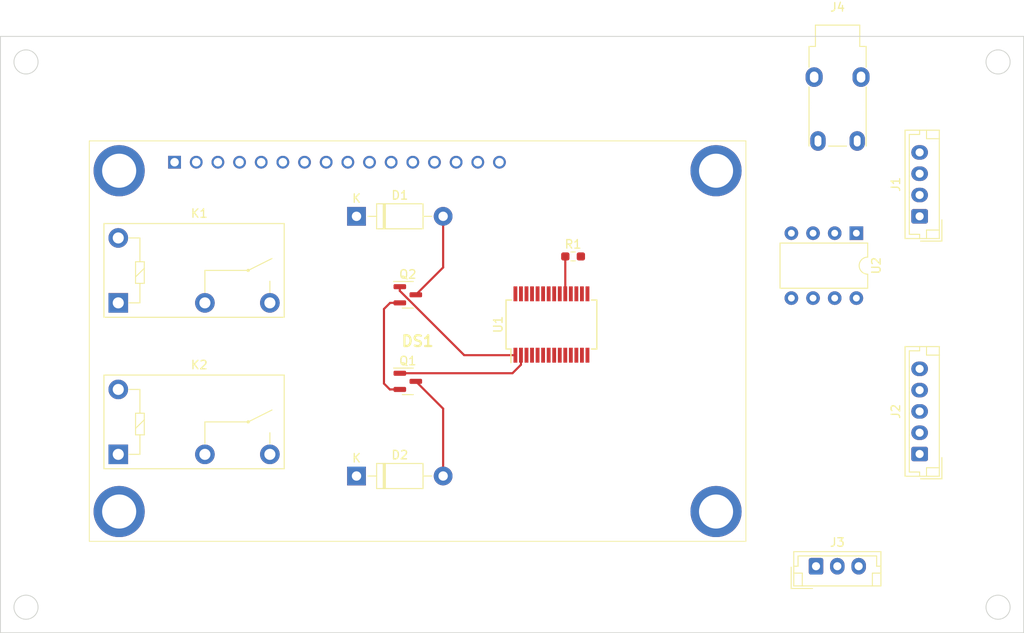
<source format=kicad_pcb>
(kicad_pcb (version 20221018) (generator pcbnew)
  (layers (0 "F.Cu" signal) (31 "B.Cu" signal) (34 "B.Paste" user) (35 "F.Paste" user) (36 "B.SilkS" user "B.Silkscreen") (37 "F.SilkS" user "F.Silkscreen") (38 "B.Mask" user) (39 "F.Mask" user) (44 "Edge.Cuts" user))
  (net 0 "")
  (net 1 "Net-(D1-K)")
  (net 2 "Net-(D1-A)")
  (net 3 "Net-(D2-K)")
  (net 4 "Net-(D2-A)")
  (net 6 "Net-(J1-Pin_2)")
  (net 7 "Net-(J1-Pin_3)")
  (net 11 "Net-(J2-Pin_3)")
  (net 12 "Net-(J2-Pin_4)")
  (net 13 "Net-(J2-Pin_5)")
  (net 14 "Net-(Q1-G)")
  (net 15 "+5V")
  (net 16 "Net-(Q2-G)")
  (net 26 "GND")
  (net 30 "Net-(DS1-DB0)")
  (net 31 "Net-(DS1-DB1)")
  (net 32 "Net-(U1-EXTCLK{slash}PA0)")
  (net 41 "Net-(DS1-DB2)")
  (net 42 "Net-(DS1-DB3)")
  (net 43 "Net-(DS1-DB4)")
  (net 44 "Net-(DS1-DB5)")
  (net 45 "Net-(DS1-DB6)")
  (net 46 "Net-(DS1-DB7)")
  (net 47 "Net-(U1-PA2)")
  (net 48 "Net-(U1-PA3)")
  (net 51 "Net-(U1-UPDI)")
  (net 52 "Net-(J3-Pin_3)")
  (net 53 "Net-(J3-Pin_1)")
  (footprint "Package_SO:SSOP-28_5.3x10.2mm_P0.65mm" (layer "F.Cu") (at 134.62 83.82 90)
    (fp_text reference "U1" (at 0 -6.25 90) (layer "F.SilkS"))
    (fp_text value "ATmega3208-X")
    (fp_line (start -2.875 -5.325) (end -2.875 -4.75) (stroke (width 0.15)) (layer "F.SilkS"))
    (fp_line (start -2.875 -5.325) (end 2.875 -5.325) (stroke (width 0.15)) (layer "F.SilkS"))
    (fp_line (start -2.875 -4.75) (end -4.475 -4.75) (stroke (width 0.15)) (layer "F.SilkS"))
    (fp_line (start -2.875 5.325) (end -2.875 4.675) (stroke (width 0.15)) (layer "F.SilkS"))
    (fp_line (start -2.875 5.325) (end 2.875 5.325) (stroke (width 0.15)) (layer "F.SilkS"))
    (fp_line (start 2.875 -5.325) (end 2.875 -4.675) (stroke (width 0.15)) (layer "F.SilkS"))
    (fp_line (start 2.875 5.325) (end 2.875 4.675) (stroke (width 0.15)) (layer "F.SilkS"))
    (pad "1" smd rect (at -3.6 -4.225 90) (size 1.75 0.45) (layers "F.Cu" "F.Paste" "F.Mask") (net 16 "Net-(Q2-G)"))
    (pad "2" smd rect (at -3.6 -3.575 90) (size 1.75 0.45) (layers "F.Cu" "F.Paste" "F.Mask") (net 14 "Net-(Q1-G)"))
    (pad "3" smd rect (at -3.6 -2.925 90) (size 1.75 0.45) (layers "F.Cu" "F.Paste" "F.Mask"))
    (pad "4" smd rect (at -3.6 -2.275 90) (size 1.75 0.45) (layers "F.Cu" "F.Paste" "F.Mask"))
    (pad "5" smd rect (at -3.6 -1.625 90) (size 1.75 0.45) (layers "F.Cu" "F.Paste" "F.Mask"))
    (pad "6" smd rect (at -3.6 -0.975 90) (size 1.75 0.45) (layers "F.Cu" "F.Paste" "F.Mask"))
    (pad "7" smd rect (at -3.6 -0.325 90) (size 1.75 0.45) (layers "F.Cu" "F.Paste" "F.Mask"))
    (pad "8" smd rect (at -3.6 0.325 90) (size 1.75 0.45) (layers "F.Cu" "F.Paste" "F.Mask") (net 11 "Net-(J2-Pin_3)"))
    (pad "9" smd rect (at -3.6 0.975 90) (size 1.75 0.45) (layers "F.Cu" "F.Paste" "F.Mask") (net 12 "Net-(J2-Pin_4)"))
    (pad "10" smd rect (at -3.6 1.625 90) (size 1.75 0.45) (layers "F.Cu" "F.Paste" "F.Mask") (net 13 "Net-(J2-Pin_5)"))
    (pad "11" smd rect (at -3.6 2.275 90) (size 1.75 0.45) (layers "F.Cu" "F.Paste" "F.Mask"))
    (pad "12" smd rect (at -3.6 2.925 90) (size 1.75 0.45) (layers "F.Cu" "F.Paste" "F.Mask"))
    (pad "13" smd rect (at -3.6 3.575 90) (size 1.75 0.45) (layers "F.Cu" "F.Paste" "F.Mask"))
    (pad "14" smd rect (at -3.6 4.225 90) (size 1.75 0.45) (layers "F.Cu" "F.Paste" "F.Mask"))
    (pad "15" smd rect (at 3.6 4.225 90) (size 1.75 0.45) (layers "F.Cu" "F.Paste" "F.Mask") (net 26 "GND"))
    (pad "16" smd rect (at 3.6 3.575 90) (size 1.75 0.45) (layers "F.Cu" "F.Paste" "F.Mask"))
    (pad "17" smd rect (at 3.6 2.925 90) (size 1.75 0.45) (layers "F.Cu" "F.Paste" "F.Mask"))
    (pad "18" smd rect (at 3.6 2.275 90) (size 1.75 0.45) (layers "F.Cu" "F.Paste" "F.Mask"))
    (pad "19" smd rect (at 3.6 1.625 90) (size 1.75 0.45) (layers "F.Cu" "F.Paste" "F.Mask") (net 51 "Net-(U1-UPDI)"))
    (pad "20" smd rect (at 3.6 0.975 90) (size 1.75 0.45) (layers "F.Cu" "F.Paste" "F.Mask") (net 53 "Net-(J3-Pin_1)"))
    (pad "21" smd rect (at 3.6 0.325 90) (size 1.75 0.45) (layers "F.Cu" "F.Paste" "F.Mask") (net 26 "GND"))
    (pad "22" smd rect (at 3.6 -0.325 90) (size 1.75 0.45) (layers "F.Cu" "F.Paste" "F.Mask") (net 32 "Net-(U1-EXTCLK{slash}PA0)"))
    (pad "23" smd rect (at 3.6 -0.975 90) (size 1.75 0.45) (layers "F.Cu" "F.Paste" "F.Mask"))
    (pad "24" smd rect (at 3.6 -1.625 90) (size 1.75 0.45) (layers "F.Cu" "F.Paste" "F.Mask") (net 47 "Net-(U1-PA2)"))
    (pad "25" smd rect (at 3.6 -2.275 90) (size 1.75 0.45) (layers "F.Cu" "F.Paste" "F.Mask") (net 48 "Net-(U1-PA3)"))
    (pad "26" smd rect (at 3.6 -2.925 90) (size 1.75 0.45) (layers "F.Cu" "F.Paste" "F.Mask"))
    (pad "27" smd rect (at 3.6 -3.575 90) (size 1.75 0.45) (layers "F.Cu" "F.Paste" "F.Mask"))
    (pad "28" smd rect (at 3.6 -4.225 90) (size 1.75 0.45) (layers "F.Cu" "F.Paste" "F.Mask"))
  )
  (footprint "Package_TO_SOT_SMD:SOT-23" (layer "F.Cu") (at 117.7775 80.33)
    (fp_text reference "Q2" (at 0 -2.4) (layer "F.SilkS"))
    (fp_text value "AO3400A")
    (fp_line (start 0 -1.56) (end -1.675 -1.56) (stroke (width 0.12)) (layer "F.SilkS"))
    (fp_line (start 0 -1.56) (end 0.65 -1.56) (stroke (width 0.12)) (layer "F.SilkS"))
    (fp_line (start 0 1.56) (end -0.65 1.56) (stroke (width 0.12)) (layer "F.SilkS"))
    (fp_line (start 0 1.56) (end 0.65 1.56) (stroke (width 0.12)) (layer "F.SilkS"))
    (pad "1" smd roundrect (at -0.9375 -0.95) (size 1.475 0.6) (layers "F.Cu" "F.Paste" "F.Mask") (net 16 "Net-(Q2-G)"))
    (pad "2" smd roundrect (at -0.9375 0.95) (size 1.475 0.6) (layers "F.Cu" "F.Paste" "F.Mask") (net 15 "+5V"))
    (pad "3" smd roundrect (at 0.9375 0) (size 1.475 0.6) (layers "F.Cu" "F.Paste" "F.Mask") (net 2 "Net-(D1-A)"))
  )
  (footprint "Relay_THT:Relay_SPST_Omron-G5Q-1A" (layer "F.Cu") (at 83.82 81.28)
    (fp_text reference "K1" (at 9.5 -10.5 180) (layer "F.SilkS"))
    (fp_text value "Relay_SPDT")
    (fp_line (start -1.68 -9.31) (end 19.46 -9.31) (stroke (width 0.12)) (layer "F.SilkS"))
    (fp_line (start -1.68 1.69) (end -1.68 -9.31) (stroke (width 0.12)) (layer "F.SilkS"))
    (fp_line (start -1.68 1.69) (end 19.46 1.69) (stroke (width 0.12)) (layer "F.SilkS"))
    (fp_line (start 1.27 0) (end 2.54 0) (stroke (width 0.12)) (layer "F.SilkS"))
    (fp_line (start 2.03 -4.83) (end 2.54 -4.83) (stroke (width 0.12)) (layer "F.SilkS"))
    (fp_line (start 2.03 -3.05) (end 3.05 -4.06) (stroke (width 0.12)) (layer "F.SilkS"))
    (fp_line (start 2.03 -2.29) (end 2.03 -4.83) (stroke (width 0.12)) (layer "F.SilkS"))
    (fp_line (start 2.54 -7.62) (end 1.27 -7.62) (stroke (width 0.12)) (layer "F.SilkS"))
    (fp_line (start 2.54 -4.83) (end 2.54 -7.62) (stroke (width 0.12)) (layer "F.SilkS"))
    (fp_line (start 2.54 -4.83) (end 3.05 -4.83) (stroke (width 0.12)) (layer "F.SilkS"))
    (fp_line (start 2.54 -2.29) (end 2.03 -2.29) (stroke (width 0.12)) (layer "F.SilkS"))
    (fp_line (start 2.54 0) (end 2.54 -2.29) (stroke (width 0.12)) (layer "F.SilkS"))
    (fp_line (start 3.05 -4.83) (end 3.05 -2.29) (stroke (width 0.12)) (layer "F.SilkS"))
    (fp_line (start 3.05 -2.29) (end 2.54 -2.29) (stroke (width 0.12)) (layer "F.SilkS"))
    (fp_line (start 10.16 -3.81) (end 15.24 -3.81) (stroke (width 0.12)) (layer "F.SilkS"))
    (fp_line (start 10.16 -1.27) (end 10.16 -3.81) (stroke (width 0.12)) (layer "F.SilkS"))
    (fp_line (start 15.24 -3.81) (end 18.03 -5.21) (stroke (width 0.12)) (layer "F.SilkS"))
    (fp_line (start 17.78 -1.27) (end 17.78 -2.54) (stroke (width 0.12)) (layer "F.SilkS"))
    (fp_line (start 19.46 1.69) (end 19.46 -9.31) (stroke (width 0.12)) (layer "F.SilkS"))
    (fp_circle (center 15.24 -3.81) (end 15.24 -3.68) (stroke (width 0.12)) (fill none) (layer "F.SilkS"))
    (pad "1" thru_hole rect (at 0 0 180) (size 2.3 2.3) (drill 1.3) (layers "*.Cu" "*.Mask"))
    (pad "2" thru_hole circle (at 10.16 0 180) (size 2.3 2.3) (drill 1.3) (layers "*.Cu" "*.Mask"))
    (pad "3" thru_hole circle (at 17.78 0 180) (size 2.3 2.3) (drill 1.3) (layers "*.Cu" "*.Mask"))
    (pad "5" thru_hole circle (at 0 -7.62 180) (size 2.3 2.3) (drill 1.3) (layers "*.Cu" "*.Mask"))
  )
  (footprint "Package_TO_SOT_SMD:SOT-23" (layer "F.Cu") (at 117.7775 90.49)
    (fp_text reference "Q1" (at 0 -2.4) (layer "F.SilkS"))
    (fp_text value "AO3400A")
    (fp_line (start 0 -1.56) (end -1.675 -1.56) (stroke (width 0.12)) (layer "F.SilkS"))
    (fp_line (start 0 -1.56) (end 0.65 -1.56) (stroke (width 0.12)) (layer "F.SilkS"))
    (fp_line (start 0 1.56) (end -0.65 1.56) (stroke (width 0.12)) (layer "F.SilkS"))
    (fp_line (start 0 1.56) (end 0.65 1.56) (stroke (width 0.12)) (layer "F.SilkS"))
    (pad "1" smd roundrect (at -0.9375 -0.95) (size 1.475 0.6) (layers "F.Cu" "F.Paste" "F.Mask") (net 14 "Net-(Q1-G)"))
    (pad "2" smd roundrect (at -0.9375 0.95) (size 1.475 0.6) (layers "F.Cu" "F.Paste" "F.Mask") (net 15 "+5V"))
    (pad "3" smd roundrect (at 0.9375 0) (size 1.475 0.6) (layers "F.Cu" "F.Paste" "F.Mask") (net 4 "Net-(D2-A)"))
  )
  (footprint "Resistor_SMD:R_0603_1608Metric_Pad0.98x0.95mm_HandSolder" (layer "F.Cu") (at 137.16 75.83)
    (fp_text reference "R1" (at 0 -1.43) (layer "F.SilkS"))
    (fp_text value "4.7K")
    (fp_line (start -0.254724 -0.5225) (end 0.254724 -0.5225) (stroke (width 0.12)) (layer "F.SilkS"))
    (fp_line (start -0.254724 0.5225) (end 0.254724 0.5225) (stroke (width 0.12)) (layer "F.SilkS"))
    (pad "1" smd roundrect (at -0.9125 0) (size 0.975 0.95) (layers "F.Cu" "F.Paste" "F.Mask") (net 51 "Net-(U1-UPDI)"))
    (pad "2" smd roundrect (at 0.9125 0) (size 0.975 0.95) (layers "F.Cu" "F.Paste" "F.Mask") (net 52 "Net-(J3-Pin_3)"))
  )
  (footprint "Connector_JST:JST_EH_B3B-EH-A_1x03_P2.50mm_Vertical" (layer "F.Cu") (at 165.65 112.19)
    (fp_text reference "J3" (at 2.5 -2.8) (layer "F.SilkS"))
    (fp_text value "Conn_01x03_Socket")
    (fp_line (start -2.91 0.11) (end -2.91 2.61) (stroke (width 0.12)) (layer "F.SilkS"))
    (fp_line (start -2.91 2.61) (end -0.41 2.61) (stroke (width 0.12)) (layer "F.SilkS"))
    (fp_line (start -2.61 -1.71) (end -2.61 2.31) (stroke (width 0.12)) (layer "F.SilkS"))
    (fp_line (start -2.61 0) (end -2.11 0) (stroke (width 0.12)) (layer "F.SilkS"))
    (fp_line (start -2.61 0.81) (end -1.61 0.81) (stroke (width 0.12)) (layer "F.SilkS"))
    (fp_line (start -2.61 2.31) (end 7.61 2.31) (stroke (width 0.12)) (layer "F.SilkS"))
    (fp_line (start -2.11 -1.21) (end 7.11 -1.21) (stroke (width 0.12)) (layer "F.SilkS"))
    (fp_line (start -2.11 0) (end -2.11 -1.21) (stroke (width 0.12)) (layer "F.SilkS"))
    (fp_line (start -1.61 0.81) (end -1.61 2.31) (stroke (width 0.12)) (layer "F.SilkS"))
    (fp_line (start 6.61 0.81) (end 6.61 2.31) (stroke (width 0.12)) (layer "F.SilkS"))
    (fp_line (start 7.11 -1.21) (end 7.11 0) (stroke (width 0.12)) (layer "F.SilkS"))
    (fp_line (start 7.11 0) (end 7.61 0) (stroke (width 0.12)) (layer "F.SilkS"))
    (fp_line (start 7.61 -1.71) (end -2.61 -1.71) (stroke (width 0.12)) (layer "F.SilkS"))
    (fp_line (start 7.61 0.81) (end 6.61 0.81) (stroke (width 0.12)) (layer "F.SilkS"))
    (fp_line (start 7.61 2.31) (end 7.61 -1.71) (stroke (width 0.12)) (layer "F.SilkS"))
    (pad "1" thru_hole roundrect (at 0 0) (size 1.7 1.95) (drill 0.95) (layers "*.Cu" "*.Mask") (roundrect_rratio 0.147059) (net 53 "Net-(J3-Pin_1)"))
    (pad "2" thru_hole oval (at 2.5 0) (size 1.7 1.95) (drill 0.95) (layers "*.Cu" "*.Mask") (net 26 "GND"))
    (pad "3" thru_hole oval (at 5 0) (size 1.7 1.95) (drill 0.95) (layers "*.Cu" "*.Mask") (net 52 "Net-(J3-Pin_3)"))
  )
  (footprint "Connector_JST:JST_EH_B4B-EH-A_1x04_P2.50mm_Vertical" (layer "F.Cu") (at 177.8 71.12 90)
    (fp_text reference "J1" (at 3.75 -2.8 90) (layer "F.SilkS"))
    (fp_text value "Conn_01x04_Socket")
    (fp_line (start -2.91 0.11) (end -2.91 2.61) (stroke (width 0.12)) (layer "F.SilkS"))
    (fp_line (start -2.91 2.61) (end -0.41 2.61) (stroke (width 0.12)) (layer "F.SilkS"))
    (fp_line (start -2.61 -1.71) (end -2.61 2.31) (stroke (width 0.12)) (layer "F.SilkS"))
    (fp_line (start -2.61 0) (end -2.11 0) (stroke (width 0.12)) (layer "F.SilkS"))
    (fp_line (start -2.61 0.81) (end -1.61 0.81) (stroke (width 0.12)) (layer "F.SilkS"))
    (fp_line (start -2.61 2.31) (end 10.11 2.31) (stroke (width 0.12)) (layer "F.SilkS"))
    (fp_line (start -2.11 -1.21) (end 9.61 -1.21) (stroke (width 0.12)) (layer "F.SilkS"))
    (fp_line (start -2.11 0) (end -2.11 -1.21) (stroke (width 0.12)) (layer "F.SilkS"))
    (fp_line (start -1.61 0.81) (end -1.61 2.31) (stroke (width 0.12)) (layer "F.SilkS"))
    (fp_line (start 9.11 0.81) (end 9.11 2.31) (stroke (width 0.12)) (layer "F.SilkS"))
    (fp_line (start 9.61 -1.21) (end 9.61 0) (stroke (width 0.12)) (layer "F.SilkS"))
    (fp_line (start 9.61 0) (end 10.11 0) (stroke (width 0.12)) (layer "F.SilkS"))
    (fp_line (start 10.11 -1.71) (end -2.61 -1.71) (stroke (width 0.12)) (layer "F.SilkS"))
    (fp_line (start 10.11 0.81) (end 9.11 0.81) (stroke (width 0.12)) (layer "F.SilkS"))
    (fp_line (start 10.11 2.31) (end 10.11 -1.71) (stroke (width 0.12)) (layer "F.SilkS"))
    (pad "1" thru_hole roundrect (at 0 0 90) (size 1.7 1.95) (drill 0.95) (layers "*.Cu" "*.Mask") (roundrect_rratio 0.147059))
    (pad "2" thru_hole oval (at 2.5 0 90) (size 1.7 1.95) (drill 0.95) (layers "*.Cu" "*.Mask") (net 6 "Net-(J1-Pin_2)"))
    (pad "3" thru_hole oval (at 5 0 90) (size 1.7 1.95) (drill 0.95) (layers "*.Cu" "*.Mask") (net 7 "Net-(J1-Pin_3)"))
    (pad "4" thru_hole oval (at 7.5 0 90) (size 1.7 1.95) (drill 0.95) (layers "*.Cu" "*.Mask"))
  )
  (footprint "Package_DIP:DIP-8_W7.62mm" (layer "F.Cu") (at 170.38 73.1 -90)
    (fp_text reference "U2" (at 3.81 -2.33 90) (layer "F.SilkS"))
    (fp_text value "PCF8574")
    (fp_line (start 1.16 -1.33) (end 1.16 8.95) (stroke (width 0.12)) (layer "F.SilkS"))
    (fp_line (start 1.16 8.95) (end 6.46 8.95) (stroke (width 0.12)) (layer "F.SilkS"))
    (fp_line (start 2.81 -1.33) (end 1.16 -1.33) (stroke (width 0.12)) (layer "F.SilkS"))
    (fp_line (start 6.46 -1.33) (end 4.81 -1.33) (stroke (width 0.12)) (layer "F.SilkS"))
    (fp_line (start 6.46 8.95) (end 6.46 -1.33) (stroke (width 0.12)) (layer "F.SilkS"))
    (fp_arc (start 4.81 -1.33) (mid 3.81 -0.33) (end 2.81 -1.33) (stroke (width 0.12)) (layer "F.SilkS"))
    (pad "1" thru_hole rect (at 0 0 270) (size 1.6 1.6) (drill 0.8) (layers "*.Cu" "*.Mask"))
    (pad "2" thru_hole oval (at 0 2.54 270) (size 1.6 1.6) (drill 0.8) (layers "*.Cu" "*.Mask"))
    (pad "3" thru_hole oval (at 0 5.08 270) (size 1.6 1.6) (drill 0.8) (layers "*.Cu" "*.Mask"))
    (pad "4" thru_hole oval (at 0 7.62 270) (size 1.6 1.6) (drill 0.8) (layers "*.Cu" "*.Mask") (net 30 "Net-(DS1-DB0)"))
    (pad "5" thru_hole oval (at 7.62 7.62 270) (size 1.6 1.6) (drill 0.8) (layers "*.Cu" "*.Mask") (net 31 "Net-(DS1-DB1)"))
    (pad "6" thru_hole oval (at 7.62 5.08 270) (size 1.6 1.6) (drill 0.8) (layers "*.Cu" "*.Mask") (net 41 "Net-(DS1-DB2)"))
    (pad "7" thru_hole oval (at 7.62 2.54 270) (size 1.6 1.6) (drill 0.8) (layers "*.Cu" "*.Mask") (net 42 "Net-(DS1-DB3)"))
    (pad "8" thru_hole oval (at 7.62 0 270) (size 1.6 1.6) (drill 0.8) (layers "*.Cu" "*.Mask") (net 26 "GND"))
  )
  (footprint "Connector_Audio:Jack_3.5mm_Lumberg_1503_07_Horizontal" (layer "F.Cu") (at 165.43 54.78)
    (fp_text reference "J4" (at 2.75 -8.2 unlocked) (layer "F.SilkS"))
    (fp_text value "AudioPlug3")
    (fp_line (start -0.6 -3.6) (end -0.6 -1.15) (stroke (width 0.12)) (layer "F.SilkS"))
    (fp_line (start -0.6 1.15) (end -0.6 8.1) (stroke (width 0.12)) (layer "F.SilkS"))
    (fp_line (start 0.15 -6.1) (end 0.15 -3.6) (stroke (width 0.12)) (layer "F.SilkS"))
    (fp_line (start 0.15 -6.1) (end 5.35 -6.1) (stroke (width 0.12)) (layer "F.SilkS"))
    (fp_line (start 0.15 -3.6) (end -0.6 -3.6) (stroke (width 0.12)) (layer "F.SilkS"))
    (fp_line (start 1.7 8.1) (end 3.8 8.1) (stroke (width 0.12)) (layer "F.SilkS"))
    (fp_line (start 5.35 -6.1) (end 5.35 -3.6) (stroke (width 0.12)) (layer "F.SilkS"))
    (fp_line (start 5.35 -3.6) (end 6.1 -3.6) (stroke (width 0.12)) (layer "F.SilkS"))
    (fp_line (start 6.1 -3.6) (end 6.1 -1.15) (stroke (width 0.12)) (layer "F.SilkS"))
    (fp_line (start 6.1 1.15) (end 6.1 8.1) (stroke (width 0.12)) (layer "F.SilkS"))
    (pad "" np_thru_hole circle (at 0.25 3.5) (size 1.1 1.1) (drill 1.1) (layers "F&B.Cu" "*.Mask"))
    (pad "" np_thru_hole circle (at 5.25 3.5) (size 1.1 1.1) (drill 1.1) (layers "F&B.Cu" "*.Mask"))
    (pad "R" thru_hole oval (at 5.05 7.5) (size 1.8 2.3) (drill oval 0.8 1.3) (layers "*.Cu" "*.Mask") (net 32 "Net-(U1-EXTCLK{slash}PA0)"))
    (pad "S" thru_hole oval (at 0.45 7.5) (size 1.8 2.3) (drill oval 0.8 1.3) (layers "*.Cu" "*.Mask") (net 15 "+5V"))
    (pad "T" thru_hole oval (at 0 0) (size 2 2.3) (drill oval 1 1.3) (layers "*.Cu" "*.Mask") (net 26 "GND"))
    (pad "T" thru_hole oval (at 5.5 0) (size 2 2.3) (drill oval 1 1.3) (layers "*.Cu" "*.Mask") (net 26 "GND"))
  )
  (footprint "Diode_THT:D_DO-41_SOD81_P10.16mm_Horizontal" (layer "F.Cu") (at 111.76 101.6)
    (fp_text reference "D2" (at 5.08 -2.47) (layer "F.SilkS"))
    (fp_text value "1N4001")
    (fp_text user "K" (at 0 -2.1) (layer "F.SilkS"))
    (fp_line (start 1.34 0) (end 2.36 0) (stroke (width 0.12)) (layer "F.SilkS"))
    (fp_line (start 2.36 -1.47) (end 2.36 1.47) (stroke (width 0.12)) (layer "F.SilkS"))
    (fp_line (start 2.36 1.47) (end 7.8 1.47) (stroke (width 0.12)) (layer "F.SilkS"))
    (fp_line (start 3.14 -1.47) (end 3.14 1.47) (stroke (width 0.12)) (layer "F.SilkS"))
    (fp_line (start 3.26 -1.47) (end 3.26 1.47) (stroke (width 0.12)) (layer "F.SilkS"))
    (fp_line (start 3.38 -1.47) (end 3.38 1.47) (stroke (width 0.12)) (layer "F.SilkS"))
    (fp_line (start 7.8 -1.47) (end 2.36 -1.47) (stroke (width 0.12)) (layer "F.SilkS"))
    (fp_line (start 7.8 1.47) (end 7.8 -1.47) (stroke (width 0.12)) (layer "F.SilkS"))
    (fp_line (start 8.82 0) (end 7.8 0) (stroke (width 0.12)) (layer "F.SilkS"))
    (pad "1" thru_hole rect (at 0 0) (size 2.2 2.2) (drill 1.1) (layers "*.Cu" "*.Mask") (net 3 "Net-(D2-K)"))
    (pad "2" thru_hole oval (at 10.16 0) (size 2.2 2.2) (drill 1.1) (layers "*.Cu" "*.Mask") (net 4 "Net-(D2-A)"))
  )
  (footprint "Connector_JST:JST_EH_B5B-EH-A_1x05_P2.50mm_Vertical" (layer "F.Cu") (at 177.8 99.02 90)
    (fp_text reference "J2" (at 5 -2.8 90) (layer "F.SilkS"))
    (fp_text value "Conn_01x05_Socket")
    (fp_line (start -2.91 0.11) (end -2.91 2.61) (stroke (width 0.12)) (layer "F.SilkS"))
    (fp_line (start -2.91 2.61) (end -0.41 2.61) (stroke (width 0.12)) (layer "F.SilkS"))
    (fp_line (start -2.61 -1.71) (end -2.61 2.31) (stroke (width 0.12)) (layer "F.SilkS"))
    (fp_line (start -2.61 0) (end -2.11 0) (stroke (width 0.12)) (layer "F.SilkS"))
    (fp_line (start -2.61 0.81) (end -1.61 0.81) (stroke (width 0.12)) (layer "F.SilkS"))
    (fp_line (start -2.61 2.31) (end 12.61 2.31) (stroke (width 0.12)) (layer "F.SilkS"))
    (fp_line (start -2.11 -1.21) (end 12.11 -1.21) (stroke (width 0.12)) (layer "F.SilkS"))
    (fp_line (start -2.11 0) (end -2.11 -1.21) (stroke (width 0.12)) (layer "F.SilkS"))
    (fp_line (start -1.61 0.81) (end -1.61 2.31) (stroke (width 0.12)) (layer "F.SilkS"))
    (fp_line (start 11.61 0.81) (end 11.61 2.31) (stroke (width 0.12)) (layer "F.SilkS"))
    (fp_line (start 12.11 -1.21) (end 12.11 0) (stroke (width 0.12)) (layer "F.SilkS"))
    (fp_line (start 12.11 0) (end 12.61 0) (stroke (width 0.12)) (layer "F.SilkS"))
    (fp_line (start 12.61 -1.71) (end -2.61 -1.71) (stroke (width 0.12)) (layer "F.SilkS"))
    (fp_line (start 12.61 0.81) (end 11.61 0.81) (stroke (width 0.12)) (layer "F.SilkS"))
    (fp_line (start 12.61 2.31) (end 12.61 -1.71) (stroke (width 0.12)) (layer "F.SilkS"))
    (pad "1" thru_hole roundrect (at 0 0 90) (size 1.7 1.95) (drill 0.95) (layers "*.Cu" "*.Mask") (roundrect_rratio 0.147059))
    (pad "2" thru_hole oval (at 2.5 0 90) (size 1.7 1.95) (drill 0.95) (layers "*.Cu" "*.Mask"))
    (pad "3" thru_hole oval (at 5 0 90) (size 1.7 1.95) (drill 0.95) (layers "*.Cu" "*.Mask") (net 11 "Net-(J2-Pin_3)"))
    (pad "4" thru_hole oval (at 7.5 0 90) (size 1.7 1.95) (drill 0.95) (layers "*.Cu" "*.Mask") (net 12 "Net-(J2-Pin_4)"))
    (pad "5" thru_hole oval (at 10 0 90) (size 1.7 1.95) (drill 0.95) (layers "*.Cu" "*.Mask") (net 13 "Net-(J2-Pin_5)"))
  )
  (footprint "Relay_THT:Relay_SPST_Omron-G5Q-1A" (layer "F.Cu") (at 83.82 99.06)
    (fp_text reference "K2" (at 9.5 -10.5 180) (layer "F.SilkS"))
    (fp_text value "Relay_SPDT")
    (fp_line (start -1.68 -9.31) (end 19.46 -9.31) (stroke (width 0.12)) (layer "F.SilkS"))
    (fp_line (start -1.68 1.69) (end -1.68 -9.31) (stroke (width 0.12)) (layer "F.SilkS"))
    (fp_line (start -1.68 1.69) (end 19.46 1.69) (stroke (width 0.12)) (layer "F.SilkS"))
    (fp_line (start 1.27 0) (end 2.54 0) (stroke (width 0.12)) (layer "F.SilkS"))
    (fp_line (start 2.03 -4.83) (end 2.54 -4.83) (stroke (width 0.12)) (layer "F.SilkS"))
    (fp_line (start 2.03 -3.05) (end 3.05 -4.06) (stroke (width 0.12)) (layer "F.SilkS"))
    (fp_line (start 2.03 -2.29) (end 2.03 -4.83) (stroke (width 0.12)) (layer "F.SilkS"))
    (fp_line (start 2.54 -7.62) (end 1.27 -7.62) (stroke (width 0.12)) (layer "F.SilkS"))
    (fp_line (start 2.54 -4.83) (end 2.54 -7.62) (stroke (width 0.12)) (layer "F.SilkS"))
    (fp_line (start 2.54 -4.83) (end 3.05 -4.83) (stroke (width 0.12)) (layer "F.SilkS"))
    (fp_line (start 2.54 -2.29) (end 2.03 -2.29) (stroke (width 0.12)) (layer "F.SilkS"))
    (fp_line (start 2.54 0) (end 2.54 -2.29) (stroke (width 0.12)) (layer "F.SilkS"))
    (fp_line (start 3.05 -4.83) (end 3.05 -2.29) (stroke (width 0.12)) (layer "F.SilkS"))
    (fp_line (start 3.05 -2.29) (end 2.54 -2.29) (stroke (width 0.12)) (layer "F.SilkS"))
    (fp_line (start 10.16 -3.81) (end 15.24 -3.81) (stroke (width 0.12)) (layer "F.SilkS"))
    (fp_line (start 10.16 -1.27) (end 10.16 -3.81) (stroke (width 0.12)) (layer "F.SilkS"))
    (fp_line (start 15.24 -3.81) (end 18.03 -5.21) (stroke (width 0.12)) (layer "F.SilkS"))
    (fp_line (start 17.78 -1.27) (end 17.78 -2.54) (stroke (width 0.12)) (layer "F.SilkS"))
    (fp_line (start 19.46 1.69) (end 19.46 -9.31) (stroke (width 0.12)) (layer "F.SilkS"))
    (fp_circle (center 15.24 -3.81) (end 15.24 -3.68) (stroke (width 0.12)) (fill none) (layer "F.SilkS"))
    (pad "1" thru_hole rect (at 0 0 180) (size 2.3 2.3) (drill 1.3) (layers "*.Cu" "*.Mask"))
    (pad "2" thru_hole circle (at 10.16 0 180) (size 2.3 2.3) (drill 1.3) (layers "*.Cu" "*.Mask"))
    (pad "3" thru_hole circle (at 17.78 0 180) (size 2.3 2.3) (drill 1.3) (layers "*.Cu" "*.Mask"))
    (pad "5" thru_hole circle (at 0 -7.62 180) (size 2.3 2.3) (drill 1.3) (layers "*.Cu" "*.Mask"))
  )
  (footprint "Diode_THT:D_DO-41_SOD81_P10.16mm_Horizontal" (layer "F.Cu") (at 111.76 71.12)
    (fp_text reference "D1" (at 5.08 -2.47) (layer "F.SilkS"))
    (fp_text value "1N4001")
    (fp_text user "K" (at 0 -2.1) (layer "F.SilkS"))
    (fp_line (start 1.34 0) (end 2.36 0) (stroke (width 0.12)) (layer "F.SilkS"))
    (fp_line (start 2.36 -1.47) (end 2.36 1.47) (stroke (width 0.12)) (layer "F.SilkS"))
    (fp_line (start 2.36 1.47) (end 7.8 1.47) (stroke (width 0.12)) (layer "F.SilkS"))
    (fp_line (start 3.14 -1.47) (end 3.14 1.47) (stroke (width 0.12)) (layer "F.SilkS"))
    (fp_line (start 3.26 -1.47) (end 3.26 1.47) (stroke (width 0.12)) (layer "F.SilkS"))
    (fp_line (start 3.38 -1.47) (end 3.38 1.47) (stroke (width 0.12)) (layer "F.SilkS"))
    (fp_line (start 7.8 -1.47) (end 2.36 -1.47) (stroke (width 0.12)) (layer "F.SilkS"))
    (fp_line (start 7.8 1.47) (end 7.8 -1.47) (stroke (width 0.12)) (layer "F.SilkS"))
    (fp_line (start 8.82 0) (end 7.8 0) (stroke (width 0.12)) (layer "F.SilkS"))
    (pad "1" thru_hole rect (at 0 0) (size 2.2 2.2) (drill 1.1) (layers "*.Cu" "*.Mask") (net 1 "Net-(D1-K)"))
    (pad "2" thru_hole oval (at 10.16 0) (size 2.2 2.2) (drill 1.1) (layers "*.Cu" "*.Mask") (net 2 "Net-(D1-A)"))
  )
  (footprint "SamacSys_Parts:NHD0420AZFLYBW33V3" (layer "F.Cu") (at 90.424 64.77)
    (fp_text reference "DS1" (at 28.5 21) (layer "F.SilkS") (effects (font (size 1.27 1.27) (thickness 0.254))))
    (fp_text value "NHD-0420AZ-FL-YBW-33V3" hide)
    (fp_line (start -10 -2.5) (end 67 -2.5) (stroke (width 0.1)) (layer "F.SilkS"))
    (fp_line (start -10 44.5) (end -10 -2.5) (stroke (width 0.1)) (layer "F.SilkS"))
    (fp_line (start 67 -2.5) (end 67 44.5) (stroke (width 0.1)) (layer "F.SilkS"))
    (fp_line (start 67 44.5) (end -10 44.5) (stroke (width 0.1)) (layer "F.SilkS"))
    (pad "1" thru_hole rect (at 0 0) (size 1.5 1.5) (drill 1) (layers "*.Cu" "*.Mask") (net 15 "+5V"))
    (pad "2" thru_hole circle (at 2.54 0) (size 1.5 1.5) (drill 1) (layers "*.Cu" "*.Mask") (net 26 "GND"))
    (pad "3" thru_hole circle (at 5.08 0) (size 1.5 1.5) (drill 1) (layers "*.Cu" "*.Mask"))
    (pad "4" thru_hole circle (at 7.62 0) (size 1.5 1.5) (drill 1) (layers "*.Cu" "*.Mask"))
    (pad "5" thru_hole circle (at 10.16 0) (size 1.5 1.5) (drill 1) (layers "*.Cu" "*.Mask"))
    (pad "6" thru_hole circle (at 12.7 0) (size 1.5 1.5) (drill 1) (layers "*.Cu" "*.Mask"))
    (pad "7" thru_hole circle (at 15.24 0) (size 1.5 1.5) (drill 1) (layers "*.Cu" "*.Mask") (net 30 "Net-(DS1-DB0)"))
    (pad "8" thru_hole circle (at 17.78 0) (size 1.5 1.5) (drill 1) (layers "*.Cu" "*.Mask") (net 31 "Net-(DS1-DB1)"))
    (pad "9" thru_hole circle (at 20.32 0) (size 1.5 1.5) (drill 1) (layers "*.Cu" "*.Mask") (net 41 "Net-(DS1-DB2)"))
    (pad "10" thru_hole circle (at 22.86 0) (size 1.5 1.5) (drill 1) (layers "*.Cu" "*.Mask") (net 42 "Net-(DS1-DB3)"))
    (pad "11" thru_hole circle (at 25.4 0) (size 1.5 1.5) (drill 1) (layers "*.Cu" "*.Mask") (net 43 "Net-(DS1-DB4)"))
    (pad "12" thru_hole circle (at 27.94 0) (size 1.5 1.5) (drill 1) (layers "*.Cu" "*.Mask") (net 44 "Net-(DS1-DB5)"))
    (pad "13" thru_hole circle (at 30.48 0) (size 1.5 1.5) (drill 1) (layers "*.Cu" "*.Mask") (net 45 "Net-(DS1-DB6)"))
    (pad "14" thru_hole circle (at 33.02 0) (size 1.5 1.5) (drill 1) (layers "*.Cu" "*.Mask") (net 46 "Net-(DS1-DB7)"))
    (pad "15" thru_hole circle (at 35.56 0) (size 1.5 1.5) (drill 1) (layers "*.Cu" "*.Mask"))
    (pad "16" thru_hole circle (at 38.1 0) (size 1.5 1.5) (drill 1) (layers "*.Cu" "*.Mask"))
    (pad "MH1" thru_hole circle (at -6.5 1) (size 6 6) (drill 4) (layers "*.Cu" "*.Mask") (net 26 "GND"))
    (pad "MH2" thru_hole circle (at -6.5 41) (size 6 6) (drill 4) (layers "*.Cu" "*.Mask") (net 26 "GND"))
    (pad "MH3" thru_hole circle (at 63.5 41) (size 6 6) (drill 4) (layers "*.Cu" "*.Mask") (net 26 "GND"))
    (pad "MH4" thru_hole circle (at 63.5 1) (size 6 6) (drill 4) (layers "*.Cu" "*.Mask") (net 26 "GND"))
  )
  (gr_circle (center 73 53) (end 72 52) (stroke (width 0.1)) (fill none) (layer "Edge.Cuts"))
  (gr_circle (center 73 117) (end 72 116) (stroke (width 0.1)) (fill none) (layer "Edge.Cuts"))
  (gr_circle (center 187 53) (end 188.414214 53) (stroke (width 0.1)) (fill none) (layer "Edge.Cuts"))
  (gr_rect (start 70 50) (end 190 120) (stroke (width 0.1)) (fill none) (layer "Edge.Cuts"))
  (gr_circle (center 187 117) (end 186 116) (stroke (width 0.1)) (fill none) (layer "Edge.Cuts"))
  (segment (start 118.715 80.33) (end 121.92 77.125) (width 0.25) (layer "F.Cu") (net 2))
  (segment (start 121.92 77.125) (end 121.92 71.12) (width 0.25) (layer "F.Cu") (net 2))
  (segment (start 118.715 90.49) (end 121.92 93.695) (width 0.25) (layer "F.Cu") (net 4))
  (segment (start 121.92 93.695) (end 121.92 101.6) (width 0.25) (layer "F.Cu") (net 4))
  (segment (start 131.045 87.42) (end 131.045 88.545) (width 0.25) (layer "F.Cu") (net 14))
  (segment (start 131.045 88.545) (end 130.05 89.54) (width 0.25) (layer "F.Cu") (net 14))
  (segment (start 130.05 89.54) (end 116.84 89.54) (width 0.25) (layer "F.Cu") (net 14))
  (segment (start 114.98 90.75) (end 114.98 82) (width 0.25) (layer "F.Cu") (net 15))
  (segment (start 115.7 81.28) (end 116.84 81.28) (width 0.25) (layer "F.Cu") (net 15))
  (segment (start 115.67 91.44) (end 114.98 90.75) (width 0.25) (layer "F.Cu") (net 15))
  (segment (start 116.84 91.44) (end 115.67 91.44) (width 0.25) (layer "F.Cu") (net 15))
  (segment (start 114.98 82) (end 115.7 81.28) (width 0.25) (layer "F.Cu") (net 15))
  (segment (start 130.395 87.42) (end 124.389251 87.42) (width 0.25) (layer "F.Cu") (net 16))
  (segment (start 116.84 79.870749) (end 116.84 79.38) (width 0.25) (layer "F.Cu") (net 16))
  (segment (start 124.389251 87.42) (end 116.84 79.870749) (width 0.25) (layer "F.Cu") (net 16))
  (segment (start 136.2475 75.83) (end 136.245 75.8325) (width 0.25) (layer "F.Cu") (net 51))
  (segment (start 136.245 75.8325) (end 136.245 80.22) (width 0.25) (layer "F.Cu") (net 51))
)
</source>
